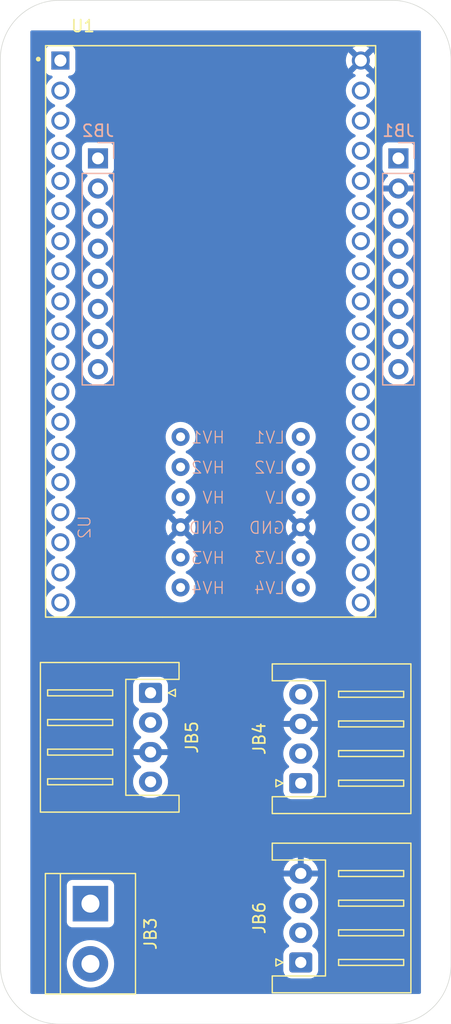
<source format=kicad_pcb>
(kicad_pcb (version 20240108) (generator "pcbnew") (generator_version "8.0")
  (layers (0 "F.Cu" signal) (31 "B.Cu" signal) (34 "B.Paste" user) (35 "F.Paste" user) (36 "B.SilkS" user "B.Silkscreen") (37 "F.SilkS" user "F.Silkscreen") (38 "B.Mask" user) (39 "F.Mask" user) (44 "Edge.Cuts" user))
  (net 0 "")
  (net 1 "/RX to Display (HV)")
  (net 4 "+5V")
  (net 5 "/TX to Display (HV)")
  (net 6 "GND")
  (net 17 "/LED")
  (net 18 "/Reset")
  (net 19 "Net-(JB4-T)")
  (net 20 "Net-(JB4-R)")
  (net 21 "/SDA")
  (net 22 "+3.3V")
  (net 23 "/SCL")
  (net 24 "/MCU UART TX Read")
  (net 27 "/RX to Display")
  (net 39 "/TX to Display")
  (net 46 "/MCU UART RX Read")
  (footprint "Connector_JST:JST_XH_S4B-XH-A_1x04_P2.50mm_Horizontal" (layer "F.Cu") (at 93.98 124.34 90)
    (property "Reference" "JB6" (at 3.75 -3.5 270) (layer "F.SilkS"))
    (property "Value" "To TOF")
    (fp_line (start 10.06 -2.41) (end 8.64 -2.41) (stroke (width 0.12)) (layer "F.SilkS"))
    (fp_line (start 8.64 -2.41) (end 8.64 2.09) (stroke (width 0.12)) (layer "F.SilkS"))
    (fp_line (start -1.14 -2.41) (end -1.14 2.09) (stroke (width 0.12)) (layer "F.SilkS"))
    (fp_line (start -2.56 -2.41) (end -1.14 -2.41) (stroke (width 0.12)) (layer "F.SilkS"))
    (fp_line (start 0.3 -2.1) (end 0 -1.5) (stroke (width 0.12)) (layer "F.SilkS"))
    (fp_line (start -0.3 -2.1) (end 0.3 -2.1) (stroke (width 0.12)) (layer "F.SilkS"))
    (fp_line (start 0 -1.5) (end -0.3 -2.1) (stroke (width 0.12)) (layer "F.SilkS"))
    (fp_line (start 8.64 2.09) (end 3.75 2.09) (stroke (width 0.12)) (layer "F.SilkS"))
    (fp_line (start -1.14 2.09) (end 3.75 2.09) (stroke (width 0.12)) (layer "F.SilkS"))
    (fp_line (start 7.75 3.2) (end 7.25 3.2) (stroke (width 0.12)) (layer "F.SilkS"))
    (fp_line (start 7.25 3.2) (end 7.25 8.7) (stroke (width 0.12)) (layer "F.SilkS"))
    (fp_line (start 5.25 3.2) (end 4.75 3.2) (stroke (width 0.12)) (layer "F.SilkS"))
    (fp_line (start 4.75 3.2) (end 4.75 8.7) (stroke (width 0.12)) (layer "F.SilkS"))
    (fp_line (start 2.75 3.2) (end 2.25 3.2) (stroke (width 0.12)) (layer "F.SilkS"))
    (fp_line (start 2.25 3.2) (end 2.25 8.7) (stroke (width 0.12)) (layer "F.SilkS"))
    (fp_line (start 0.25 3.2) (end -0.25 3.2) (stroke (width 0.12)) (layer "F.SilkS"))
    (fp_line (start -0.25 3.2) (end -0.25 8.7) (stroke (width 0.12)) (layer "F.SilkS"))
    (fp_line (start 7.75 8.7) (end 7.75 3.2) (stroke (width 0.12)) (layer "F.SilkS"))
    (fp_line (start 7.25 8.7) (end 7.75 8.7) (stroke (width 0.12)) (layer "F.SilkS"))
    (fp_line (start 5.25 8.7) (end 5.25 3.2) (stroke (width 0.12)) (layer "F.SilkS"))
    (fp_line (start 4.75 8.7) (end 5.25 8.7) (stroke (width 0.12)) (layer "F.SilkS"))
    (fp_line (start 2.75 8.7) (end 2.75 3.2) (stroke (width 0.12)) (layer "F.SilkS"))
    (fp_line (start 2.25 8.7) (end 2.75 8.7) (stroke (width 0.12)) (layer "F.SilkS"))
    (fp_line (start 0.25 8.7) (end 0.25 3.2) (stroke (width 0.12)) (layer "F.SilkS"))
    (fp_line (start -0.25 8.7) (end 0.25 8.7) (stroke (width 0.12)) (layer "F.SilkS"))
    (fp_line (start 10.06 9.31) (end 10.06 -2.41) (stroke (width 0.12)) (layer "F.SilkS"))
    (fp_line (start 3.75 9.31) (end 10.06 9.31) (stroke (width 0.12)) (layer "F.SilkS"))
    (fp_line (start 3.75 9.31) (end -2.56 9.31) (stroke (width 0.12)) (layer "F.SilkS"))
    (fp_line (start -2.56 9.31) (end -2.56 -2.41) (stroke (width 0.12)) (layer "F.SilkS"))
    (pad "1" thru_hole roundrect (at 0 0 90) (size 1.7 1.95) (drill 0.95) (layers "*.Cu" "*.Mask") (roundrect_rratio 0.147059) (net 22 "+3.3V"))
    (pad "2" thru_hole oval (at 2.5 0 90) (size 1.7 1.95) (drill 0.95) (layers "*.Cu" "*.Mask") (net 21 "/SDA"))
    (pad "3" thru_hole oval (at 5 0 90) (size 1.7 1.95) (drill 0.95) (layers "*.Cu" "*.Mask") (net 23 "/SCL"))
    (pad "4" thru_hole oval (at 7.5 0 90) (size 1.7 1.95) (drill 0.95) (layers "*.Cu" "*.Mask") (net 6 "GND"))
  )
  (footprint "TerminalBlock:TerminalBlock_bornier-2_P5.08mm" (layer "F.Cu") (at 76.2 119.38 -90)
    (property "Reference" "JB3" (at 2.54 -5.08 90) (layer "F.SilkS"))
    (property "Value" "Thumbs")
    (fp_line (start -2.54 3.81) (end 7.62 3.81) (stroke (width 0.12)) (layer "F.SilkS"))
    (fp_line (start 7.62 3.81) (end 7.62 -3.81) (stroke (width 0.12)) (layer "F.SilkS"))
    (fp_line (start 7.62 2.54) (end -2.54 2.54) (stroke (width 0.12)) (layer "F.SilkS"))
    (fp_line (start -2.54 -3.81) (end -2.54 3.81) (stroke (width 0.12)) (layer "F.SilkS"))
    (fp_line (start 7.62 -3.81) (end -2.54 -3.81) (stroke (width 0.12)) (layer "F.SilkS"))
    (pad "1" thru_hole rect (at 0 0 270) (size 3 3) (drill 1.52) (layers "*.Cu" "*.Mask") (net 18 "/Reset"))
    (pad "2" thru_hole circle (at 5.08 0 270) (size 3 3) (drill 1.52) (layers "*.Cu" "*.Mask") (net 17 "/LED"))
  )
  (footprint "Connector_JST:JST_XH_S4B-XH-A_1x04_P2.50mm_Horizontal" (layer "F.Cu") (at 93.98 109.22 90)
    (property "Reference" "JB4" (at 3.75 -3.5 270) (layer "F.SilkS"))
    (property "Value" "Mainboard (DPC)")
    (fp_line (start 10.06 -2.41) (end 8.64 -2.41) (stroke (width 0.12)) (layer "F.SilkS"))
    (fp_line (start 8.64 -2.41) (end 8.64 2.09) (stroke (width 0.12)) (layer "F.SilkS"))
    (fp_line (start -1.14 -2.41) (end -1.14 2.09) (stroke (width 0.12)) (layer "F.SilkS"))
    (fp_line (start -2.56 -2.41) (end -1.14 -2.41) (stroke (width 0.12)) (layer "F.SilkS"))
    (fp_line (start 0.3 -2.1) (end 0 -1.5) (stroke (width 0.12)) (layer "F.SilkS"))
    (fp_line (start -0.3 -2.1) (end 0.3 -2.1) (stroke (width 0.12)) (layer "F.SilkS"))
    (fp_line (start 0 -1.5) (end -0.3 -2.1) (stroke (width 0.12)) (layer "F.SilkS"))
    (fp_line (start 8.64 2.09) (end 3.75 2.09) (stroke (width 0.12)) (layer "F.SilkS"))
    (fp_line (start -1.14 2.09) (end 3.75 2.09) (stroke (width 0.12)) (layer "F.SilkS"))
    (fp_line (start 7.75 3.2) (end 7.25 3.2) (stroke (width 0.12)) (layer "F.SilkS"))
    (fp_line (start 7.25 3.2) (end 7.25 8.7) (stroke (width 0.12)) (layer "F.SilkS"))
    (fp_line (start 5.25 3.2) (end 4.75 3.2) (stroke (width 0.12)) (layer "F.SilkS"))
    (fp_line (start 4.75 3.2) (end 4.75 8.7) (stroke (width 0.12)) (layer "F.SilkS"))
    (fp_line (start 2.75 3.2) (end 2.25 3.2) (stroke (width 0.12)) (layer "F.SilkS"))
    (fp_line (start 2.25 3.2) (end 2.25 8.7) (stroke (width 0.12)) (layer "F.SilkS"))
    (fp_line (start 0.25 3.2) (end -0.25 3.2) (stroke (width 0.12)) (layer "F.SilkS"))
    (fp_line (start -0.25 3.2) (end -0.25 8.7) (stroke (width 0.12)) (layer "F.SilkS"))
    (fp_line (start 7.75 8.7) (end 7.75 3.2) (stroke (width 0.12)) (layer "F.SilkS"))
    (fp_line (start 7.25 8.7) (end 7.75 8.7) (stroke (width 0.12)) (layer "F.SilkS"))
    (fp_line (start 5.25 8.7) (end 5.25 3.2) (stroke (width 0.12)) (layer "F.SilkS"))
    (fp_line (start 4.75 8.7) (end 5.25 8.7) (stroke (width 0.12)) (layer "F.SilkS"))
    (fp_line (start 2.75 8.7) (end 2.75 3.2) (stroke (width 0.12)) (layer "F.SilkS"))
    (fp_line (start 2.25 8.7) (end 2.75 8.7) (stroke (width 0.12)) (layer "F.SilkS"))
    (fp_line (start 0.25 8.7) (end 0.25 3.2) (stroke (width 0.12)) (layer "F.SilkS"))
    (fp_line (start -0.25 8.7) (end 0.25 8.7) (stroke (width 0.12)) (layer "F.SilkS"))
    (fp_line (start 10.06 9.31) (end 10.06 -2.41) (stroke (width 0.12)) (layer "F.SilkS"))
    (fp_line (start 3.75 9.31) (end 10.06 9.31) (stroke (width 0.12)) (layer "F.SilkS"))
    (fp_line (start 3.75 9.31) (end -2.56 9.31) (stroke (width 0.12)) (layer "F.SilkS"))
    (fp_line (start -2.56 9.31) (end -2.56 -2.41) (stroke (width 0.12)) (layer "F.SilkS"))
    (pad "1" thru_hole roundrect (at 0 0 90) (size 1.7 1.95) (drill 0.95) (layers "*.Cu" "*.Mask") (roundrect_rratio 0.147059) (net 19 "Net-(JB4-T)"))
    (pad "2" thru_hole oval (at 2.5 0 90) (size 1.7 1.95) (drill 0.95) (layers "*.Cu" "*.Mask") (net 20 "Net-(JB4-R)"))
    (pad "3" thru_hole oval (at 5 0 90) (size 1.7 1.95) (drill 0.95) (layers "*.Cu" "*.Mask") (net 6 "GND"))
    (pad "4" thru_hole oval (at 7.5 0 90) (size 1.7 1.95) (drill 0.95) (layers "*.Cu" "*.Mask") (net 4 "+5V"))
  )
  (footprint "Connector_JST:JST_XH_S4B-XH-A_1x04_P2.50mm_Horizontal" (layer "F.Cu") (at 81.28 101.6 -90)
    (property "Reference" "JB5" (at 3.75 -3.5 90) (layer "F.SilkS"))
    (property "Value" "Display (J1)")
    (fp_line (start -2.56 9.31) (end -2.56 -2.41) (stroke (width 0.12)) (layer "F.SilkS"))
    (fp_line (start 3.75 9.31) (end -2.56 9.31) (stroke (width 0.12)) (layer "F.SilkS"))
    (fp_line (start 3.75 9.31) (end 10.06 9.31) (stroke (width 0.12)) (layer "F.SilkS"))
    (fp_line (start 10.06 9.31) (end 10.06 -2.41) (stroke (width 0.12)) (layer "F.SilkS"))
    (fp_line (start -0.25 8.7) (end 0.25 8.7) (stroke (width 0.12)) (layer "F.SilkS"))
    (fp_line (start 0.25 8.7) (end 0.25 3.2) (stroke (width 0.12)) (layer "F.SilkS"))
    (fp_line (start 2.25 8.7) (end 2.75 8.7) (stroke (width 0.12)) (layer "F.SilkS"))
    (fp_line (start 2.75 8.7) (end 2.75 3.2) (stroke (width 0.12)) (layer "F.SilkS"))
    (fp_line (start 4.75 8.7) (end 5.25 8.7) (stroke (width 0.12)) (layer "F.SilkS"))
    (fp_line (start 5.25 8.7) (end 5.25 3.2) (stroke (width 0.12)) (layer "F.SilkS"))
    (fp_line (start 7.25 8.7) (end 7.75 8.7) (stroke (width 0.12)) (layer "F.SilkS"))
    (fp_line (start 7.75 8.7) (end 7.75 3.2) (stroke (width 0.12)) (layer "F.SilkS"))
    (fp_line (start -0.25 3.2) (end -0.25 8.7) (stroke (width 0.12)) (layer "F.SilkS"))
    (fp_line (start 0.25 3.2) (end -0.25 3.2) (stroke (width 0.12)) (layer "F.SilkS"))
    (fp_line (start 2.25 3.2) (end 2.25 8.7) (stroke (width 0.12)) (layer "F.SilkS"))
    (fp_line (start 2.75 3.2) (end 2.25 3.2) (stroke (width 0.12)) (layer "F.SilkS"))
    (fp_line (start 4.75 3.2) (end 4.75 8.7) (stroke (width 0.12)) (layer "F.SilkS"))
    (fp_line (start 5.25 3.2) (end 4.75 3.2) (stroke (width 0.12)) (layer "F.SilkS"))
    (fp_line (start 7.25 3.2) (end 7.25 8.7) (stroke (width 0.12)) (layer "F.SilkS"))
    (fp_line (start 7.75 3.2) (end 7.25 3.2) (stroke (width 0.12)) (layer "F.SilkS"))
    (fp_line (start -1.14 2.09) (end 3.75 2.09) (stroke (width 0.12)) (layer "F.SilkS"))
    (fp_line (start 8.64 2.09) (end 3.75 2.09) (stroke (width 0.12)) (layer "F.SilkS"))
    (fp_line (start 0 -1.5) (end -0.3 -2.1) (stroke (width 0.12)) (layer "F.SilkS"))
    (fp_line (start -0.3 -2.1) (end 0.3 -2.1) (stroke (width 0.12)) (layer "F.SilkS"))
    (fp_line (start 0.3 -2.1) (end 0 -1.5) (stroke (width 0.12)) (layer "F.SilkS"))
    (fp_line (start -2.56 -2.41) (end -1.14 -2.41) (stroke (width 0.12)) (layer "F.SilkS"))
    (fp_line (start -1.14 -2.41) (end -1.14 2.09) (stroke (width 0.12)) (layer "F.SilkS"))
    (fp_line (start 8.64 -2.41) (end 8.64 2.09) (stroke (width 0.12)) (layer "F.SilkS"))
    (fp_line (start 10.06 -2.41) (end 8.64 -2.41) (stroke (width 0.12)) (layer "F.SilkS"))
    (pad "1" thru_hole roundrect (at 0 0 270) (size 1.7 1.95) (drill 0.95) (layers "*.Cu" "*.Mask") (roundrect_rratio 0.147059) (net 19 "Net-(JB4-T)"))
    (pad "2" thru_hole oval (at 2.5 0 270) (size 1.7 1.95) (drill 0.95) (layers "*.Cu" "*.Mask") (net 20 "Net-(JB4-R)"))
    (pad "3" thru_hole oval (at 5 0 270) (size 1.7 1.95) (drill 0.95) (layers "*.Cu" "*.Mask") (net 6 "GND"))
    (pad "4" thru_hole oval (at 7.5 0 270) (size 1.7 1.95) (drill 0.95) (layers "*.Cu" "*.Mask") (net 4 "+5V"))
  )
  (footprint "ESP32-DEVKITC-32U:MODULE_ESP32-DEVKITC-32U" (layer "F.Cu") (at 86.36 71.11)
    (property "Reference" "U1" (at -10.795 -25.75 0) (layer "F.SilkS"))
    (property "Value" "ESP32-DEVKITC-32U")
    (fp_line (start -13.95 -24.1) (end -13.95 24.1) (stroke (width 0.127)) (layer "F.SilkS"))
    (fp_line (start -13.95 24.1) (end -4.07 24.1) (stroke (width 0.127)) (layer "F.SilkS"))
    (fp_line (start -4.07 24.1) (end 4.06 24.1) (stroke (width 0.127)) (layer "F.SilkS"))
    (fp_line (start 4.06 24.1) (end 13.95 24.1) (stroke (width 0.127)) (layer "F.SilkS"))
    (fp_line (start 13.95 -24.1) (end -13.95 -24.1) (stroke (width 0.127)) (layer "F.SilkS"))
    (fp_line (start 13.95 24.1) (end 13.95 -24.1) (stroke (width 0.127)) (layer "F.SilkS"))
    (fp_circle (center -14.57 -22.97) (end -14.47 -22.97) (stroke (width 0.2)) (fill none) (layer "F.SilkS"))
    (pad "1" thru_hole rect (at -12.7 -22.85) (size 1.53 1.53) (drill 1.02) (layers "*.Cu" "*.Mask") (net 22 "+3.3V"))
    (pad "2" thru_hole circle (at -12.7 -20.31) (size 1.53 1.53) (drill 1.02) (layers "*.Cu" "*.Mask"))
    (pad "3" thru_hole circle (at -12.7 -17.77) (size 1.53 1.53) (drill 1.02) (layers "*.Cu" "*.Mask"))
    (pad "4" thru_hole circle (at -12.7 -15.23) (size 1.53 1.53) (drill 1.02) (layers "*.Cu" "*.Mask"))
    (pad "5" thru_hole circle (at -12.7 -12.69) (size 1.53 1.53) (drill 1.02) (layers "*.Cu" "*.Mask"))
    (pad "6" thru_hole circle (at -12.7 -10.15) (size 1.53 1.53) (drill 1.02) (layers "*.Cu" "*.Mask"))
    (pad "7" thru_hole circle (at -12.7 -7.61) (size 1.53 1.53) (drill 1.02) (layers "*.Cu" "*.Mask"))
    (pad "8" thru_hole circle (at -12.7 -5.07) (size 1.53 1.53) (drill 1.02) (layers "*.Cu" "*.Mask"))
    (pad "9" thru_hole circle (at -12.7 -2.53) (size 1.53 1.53) (drill 1.02) (layers "*.Cu" "*.Mask"))
    (pad "10" thru_hole circle (at -12.7 0.01) (size 1.53 1.53) (drill 1.02) (layers "*.Cu" "*.Mask") (net 18 "/Reset"))
    (pad "11" thru_hole circle (at -12.7 2.55) (size 1.53 1.53) (drill 1.02) (layers "*.Cu" "*.Mask"))
    (pad "12" thru_hole circle (at -12.7 5.09) (size 1.53 1.53) (drill 1.02) (layers "*.Cu" "*.Mask") (net 17 "/LED"))
    (pad "13" thru_hole circle (at -12.7 7.63) (size 1.53 1.53) (drill 1.02) (layers "*.Cu" "*.Mask"))
    (pad "14" thru_hole circle (at -12.7 10.17) (size 1.53 1.53) (drill 1.02) (layers "*.Cu" "*.Mask"))
    (pad "15" thru_hole circle (at -12.7 12.71) (size 1.53 1.53) (drill 1.02) (layers "*.Cu" "*.Mask"))
    (pad "16" thru_hole circle (at -12.7 15.25) (size 1.53 1.53) (drill 1.02) (layers "*.Cu" "*.Mask"))
    (pad "17" thru_hole circle (at -12.7 17.79) (size 1.53 1.53) (drill 1.02) (layers "*.Cu" "*.Mask"))
    (pad "18" thru_hole circle (at -12.7 20.33) (size 1.53 1.53) (drill 1.02) (layers "*.Cu" "*.Mask"))
    (pad "19" thru_hole circle (at -12.7 22.87) (size 1.53 1.53) (drill 1.02) (layers "*.Cu" "*.Mask") (net 4 "+5V"))
    (pad "20" thru_hole circle (at 12.7 22.87) (size 1.53 1.53) (drill 1.02) (layers "*.Cu" "*.Mask"))
    (pad "21" thru_hole circle (at 12.7 20.33) (size 1.53 1.53) (drill 1.02) (layers "*.Cu" "*.Mask"))
    (pad "22" thru_hole circle (at 12.7 17.79) (size 1.53 1.53) (drill 1.02) (layers "*.Cu" "*.Mask"))
    (pad "23" thru_hole circle (at 12.7 15.25) (size 1.53 1.53) (drill 1.02) (layers "*.Cu" "*.Mask"))
    (pad "24" thru_hole circle (at 12.7 12.71) (size 1.53 1.53) (drill 1.02) (layers "*.Cu" "*.Mask"))
    (pad "25" thru_hole circle (at 12.7 10.17) (size 1.53 1.53) (drill 1.02) (layers "*.Cu" "*.Mask"))
    (pad "26" thru_hole circle (at 12.7 7.63) (size 1.53 1.53) (drill 1.02) (layers "*.Cu" "*.Mask"))
    (pad "27" thru_hole circle (at 12.7 5.09) (size 1.53 1.53) (drill 1.02) (layers "*.Cu" "*.Mask") (net 24 "/MCU UART TX Read"))
    (pad "28" thru_hole circle (at 12.7 2.55) (size 1.53 1.53) (drill 1.02) (layers "*.Cu" "*.Mask"))
    (pad "29" thru_hole circle (at 12.7 0.01) (size 1.53 1.53) (drill 1.02) (layers "*.Cu" "*.Mask"))
    (pad "30" thru_hole circle (at 12.7 -2.53) (size 1.53 1.53) (drill 1.02) (layers "*.Cu" "*.Mask"))
    (pad "31" thru_hole circle (at 12.7 -5.07) (size 1.53 1.53) (drill 1.02) (layers "*.Cu" "*.Mask") (net 46 "/MCU UART RX Read"))
    (pad "32" thru_hole circle (at 12.7 -7.61) (size 1.53 1.53) (drill 1.02) (layers "*.Cu" "*.Mask"))
    (pad "33" thru_hole circle (at 12.7 -10.15) (size 1.53 1.53) (drill 1.02) (layers "*.Cu" "*.Mask") (net 21 "/SDA"))
    (pad "34" thru_hole circle (at 12.7 -12.69) (size 1.53 1.53) (drill 1.02) (layers "*.Cu" "*.Mask") (net 27 "/RX to Display"))
    (pad "35" thru_hole circle (at 12.7 -15.23) (size 1.53 1.53) (drill 1.02) (layers "*.Cu" "*.Mask") (net 39 "/TX to Display"))
    (pad "36" thru_hole circle (at 12.7 -17.77) (size 1.53 1.53) (drill 1.02) (layers "*.Cu" "*.Mask") (net 23 "/SCL"))
    (pad "37" thru_hole circle (at 12.7 -20.31) (size 1.53 1.53) (drill 1.02) (layers "*.Cu" "*.Mask"))
    (pad "38" thru_hole circle (at 12.7 -22.85) (size 1.53 1.53) (drill 1.02) (layers "*.Cu" "*.Mask") (net 6 "GND"))
  )
  (footprint "Ron-Custom-Components:TT-4chLLC-SKU000275" (layer "B.Cu") (at 76.2 87.63 -90)
    (property "Reference" "U2" (at 0 0.5 90) (layer "B.SilkS") (effects (font (thickness 0.1)) (justify mirror)))
    (property "Value" "757")
    (fp_text user "HV3" (at 3.175 -11.43 0) (layer "B.SilkS") (effects (font (thickness 0.1)) (justify left bottom mirror)))
    (fp_text user "HV4" (at 5.715 -11.43 0) (layer "B.SilkS") (effects (font (thickness 0.1)) (justify left bottom mirror)))
    (fp_text user "LV" (at -1.905 -16.51 0) (layer "B.SilkS") (effects (font (thickness 0.1)) (justify left bottom mirror)))
    (fp_text user "HV2" (at -4.445 -11.43 0) (layer "B.SilkS") (effects (font (thickness 0.1)) (justify left bottom mirror)))
    (fp_text user "HV1" (at -6.985 -11.43 0) (layer "B.SilkS") (effects (font (thickness 0.1)) (justify left bottom mirror)))
    (fp_text user "LV2" (at -4.445 -16.51 0) (layer "B.SilkS") (effects (font (thickness 0.1)) (justify left bottom mirror)))
    (fp_text user "LV1" (at -6.985 -16.51 0) (layer "B.SilkS") (effects (font (thickness 0.1)) (justify left bottom mirror)))
    (fp_text user "LV4" (at 5.715 -16.51 0) (layer "B.SilkS") (effects (font (thickness 0.1)) (justify left bottom mirror)))
    (fp_text user "HV" (at -1.905 -11.43 0) (layer "B.SilkS") (effects (font (thickness 0.1)) (justify left bottom mirror)))
    (fp_text user "GND" (at 0.635 -16.51 0) (layer "B.SilkS") (effects (font (thickness 0.1)) (justify left bottom mirror)))
    (fp_text user "LV3" (at 3.175 -16.51 0) (layer "B.SilkS") (effects (font (thickness 0.1)) (justify left bottom mirror)))
    (fp_text user "GND" (at 0.635 -11.43 0) (layer "B.SilkS") (effects (font (thickness 0.1)) (justify left bottom mirror)))
    (pad "1" thru_hole circle (at -7.62 -7.62 270) (size 1.524 1.524) (drill 0.762) (layers "*.Cu" "*.Mask") (net 19 "Net-(JB4-T)"))
    (pad "2" thru_hole circle (at -5.08 -7.62 270) (size 1.524 1.524) (drill 0.762) (layers "*.Cu" "*.Mask") (net 20 "Net-(JB4-R)"))
    (pad "3" thru_hole circle (at -2.54 -7.62 270) (size 1.524 1.524) (drill 0.762) (layers "*.Cu" "*.Mask") (net 4 "+5V"))
    (pad "4" thru_hole circle (at 0 -7.62 270) (size 1.524 1.524) (drill 0.762) (layers "*.Cu" "*.Mask") (net 6 "GND"))
    (pad "5" thru_hole circle (at 2.54 -7.62 270) (size 1.524 1.524) (drill 0.762) (layers "*.Cu" "*.Mask") (net 1 "/RX to Display (HV)"))
    (pad "6" thru_hole circle (at 5.08 -7.62 270) (size 1.524 1.524) (drill 0.762) (layers "*.Cu" "*.Mask") (net 5 "/TX to Display (HV)"))
    (pad "7" thru_hole circle (at -7.62 -17.78 270) (size 1.524 1.524) (drill 0.762) (layers "*.Cu" "*.Mask") (net 24 "/MCU UART TX Read"))
    (pad "8" thru_hole circle (at -5.08 -17.78 270) (size 1.524 1.524) (drill 0.762) (layers "*.Cu" "*.Mask") (net 46 "/MCU UART RX Read"))
    (pad "9" thru_hole circle (at -2.54 -17.78 270) (size 1.524 1.524) (drill 0.762) (layers "*.Cu" "*.Mask") (net 22 "+3.3V"))
    (pad "10" thru_hole circle (at 0 -17.78 270) (size 1.524 1.524) (drill 0.762) (layers "*.Cu" "*.Mask") (net 6 "GND"))
    (pad "11" thru_hole circle (at 2.54 -17.78 270) (size 1.524 1.524) (drill 0.762) (layers "*.Cu" "*.Mask") (net 27 "/RX to Display"))
    (pad "12" thru_hole circle (at 5.08 -17.78 270) (size 1.524 1.524) (drill 0.762) (layers "*.Cu" "*.Mask") (net 39 "/TX to Display"))
  )
  (footprint "Connector_PinHeader_2.54mm:PinHeader_1x08_P2.54mm_Vertical" (layer "B.Cu") (at 76.835 56.515 180)
    (property "Reference" "JB2" (at 0 2.33 180) (layer "B.SilkS") (effects (justify mirror)))
    (property "Value" "J5 Odd")
    (fp_line (start 1.33 -1.27) (end -1.33 -1.27) (stroke (width 0.12)) (layer "B.SilkS"))
    (fp_line (start 1.33 -19.11) (end 1.33 -1.27) (stroke (width 0.12)) (layer "B.SilkS"))
    (fp_line (start 1.33 -19.11) (end -1.33 -19.11) (stroke (width 0.12)) (layer "B.SilkS"))
    (fp_line (start 0 1.33) (end -1.33 1.33) (stroke (width 0.12)) (layer "B.SilkS"))
    (fp_line (start -1.33 1.33) (end -1.33 0) (stroke (width 0.12)) (layer "B.SilkS"))
    (fp_line (start -1.33 -19.11) (end -1.33 -1.27) (stroke (width 0.12)) (layer "B.SilkS"))
    (pad "1" thru_hole rect (at 0 0 180) (size 1.7 1.7) (drill 1) (layers "*.Cu" "*.Mask"))
    (pad "2" thru_hole oval (at 0 -2.54 180) (size 1.7 1.7) (drill 1) (layers "*.Cu" "*.Mask"))
    (pad "3" thru_hole oval (at 0 -5.08 180) (size 1.7 1.7) (drill 1) (layers "*.Cu" "*.Mask"))
    (pad "4" thru_hole oval (at 0 -7.62 180) (size 1.7 1.7) (drill 1) (layers "*.Cu" "*.Mask"))
    (pad "5" thru_hole oval (at 0 -10.16 180) (size 1.7 1.7) (drill 1) (layers "*.Cu" "*.Mask"))
    (pad "6" thru_hole oval (at 0 -12.7 180) (size 1.7 1.7) (drill 1) (layers "*.Cu" "*.Mask"))
    (pad "7" thru_hole oval (at 0 -15.24 180) (size 1.7 1.7) (drill 1) (layers "*.Cu" "*.Mask"))
    (pad "8" thru_hole oval (at 0 -17.78 180) (size 1.7 1.7) (drill 1) (layers "*.Cu" "*.Mask"))
  )
  (footprint "Connector_PinHeader_2.54mm:PinHeader_1x08_P2.54mm_Vertical" (layer "B.Cu") (at 102.235 56.515 180)
    (property "Reference" "JB1" (at 0 2.33 180) (layer "B.SilkS") (effects (justify mirror)))
    (property "Value" "J5 Even")
    (fp_line (start 1.33 -1.27) (end -1.33 -1.27) (stroke (width 0.12)) (layer "B.SilkS"))
    (fp_line (start 1.33 -19.11) (end 1.33 -1.27) (stroke (width 0.12)) (layer "B.SilkS"))
    (fp_line (start 1.33 -19.11) (end -1.33 -19.11) (stroke (width 0.12)) (layer "B.SilkS"))
    (fp_line (start 0 1.33) (end -1.33 1.33) (stroke (width 0.12)) (layer "B.SilkS"))
    (fp_line (start -1.33 1.33) (end -1.33 0) (stroke (width 0.12)) (layer "B.SilkS"))
    (fp_line (start -1.33 -19.11) (end -1.33 -1.27) (stroke (width 0.12)) (layer "B.SilkS"))
    (pad "1" thru_hole rect (at 0 0 180) (size 1.7 1.7) (drill 1) (layers "*.Cu" "*.Mask") (net 4 "+5V"))
    (pad "2" thru_hole oval (at 0 -2.54 180) (size 1.7 1.7) (drill 1) (layers "*.Cu" "*.Mask") (net 6 "GND"))
    (pad "3" thru_hole oval (at 0 -5.08 180) (size 1.7 1.7) (drill 1) (layers "*.Cu" "*.Mask"))
    (pad "4" thru_hole oval (at 0 -7.62 180) (size 1.7 1.7) (drill 1) (layers "*.Cu" "*.Mask"))
    (pad "5" thru_hole oval (at 0 -10.16 180) (size 1.7 1.7) (drill 1) (layers "*.Cu" "*.Mask") (net 1 "/RX to Display (HV)"))
    (pad "6" thru_hole oval (at 0 -12.7 180) (size 1.7 1.7) (drill 1) (layers "*.Cu" "*.Mask") (net 5 "/TX to Display (HV)"))
    (pad "7" thru_hole oval (at 0 -15.24 180) (size 1.7 1.7) (drill 1) (layers "*.Cu" "*.Mask"))
    (pad "8" thru_hole oval (at 0 -17.78 180) (size 1.7 1.7) (drill 1) (layers "*.Cu" "*.Mask"))
  )
  (gr_line (start 73.58 43.18) (end 101.68 43.18) (stroke (width 0.05)) (layer "Edge.Cuts"))
  (gr_arc (start 106.68 124.54) (mid 105.215534 128.075534) (end 101.68 129.54) (stroke (width 0.05)) (layer "Edge.Cuts"))
  (gr_line (start 106.68 48.18) (end 106.68 124.54) (stroke (width 0.05)) (layer "Edge.Cuts"))
  (gr_arc (start 68.58 48.18) (mid 70.044466 44.644466) (end 73.58 43.18) (stroke (width 0.05)) (layer "Edge.Cuts"))
  (gr_line (start 68.58 124.54) (end 68.58 48.18) (stroke (width 0.05)) (layer "Edge.Cuts"))
  (gr_arc (start 73.58 129.54) (mid 70.044466 128.075534) (end 68.58 124.54) (stroke (width 0.05)) (layer "Edge.Cuts"))
  (gr_line (start 101.68 129.54) (end 73.58 129.54) (stroke (width 0.05)) (layer "Edge.Cuts"))
  (gr_arc (start 101.68 43.18) (mid 105.215534 44.644466) (end 106.68 48.18) (stroke (width 0.05)) (layer "Edge.Cuts"))
  (zone (net 6) (net_name "GND") (layer "B.Cu") (connect_pads (clearance 0.5)) (min_thickness 0.25) (fill yes (thermal_gap 0.5) (thermal_bridge_width 0.5))
    (polygon (pts (xy 71.12 45.72) (xy 71.12 127) (xy 104.14 127) (xy 104.14 45.72)))
  )
)
</source>
